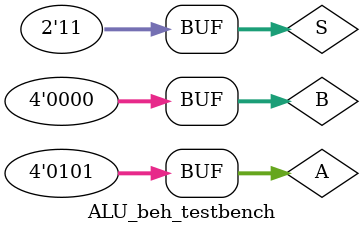
<source format=v>
`timescale 1ns / 1ps


module ALU_beh_testbench;

	// Inputs
	reg [3:0] A;
	reg [3:0] B;
	reg [1:0] S;

	// Outputs
	wire [3:0] Y;

	// Instantiate the Unit Under Test (UUT)
	ALU_beh uut (
		.A(A), 
		.B(B), 
		.S(S), 
		.Y(Y)
	);

	initial begin
		// Initialize Inputs
		A = 0;
		B = 0;
		S = 0;

		// Wait 200 ns for global reset to finish
		#200;
        
		// Add stimulus here
		// S = 00: Invert
		A = 4'b1010;
		#100;
		
		A = 4'b0011;
		#100;
		
		// S = 01: Add
		S = 2'b01;
		A = 4;
		B = 5;
		#100;
		
		A = 9;
		B = 12; // Testing overflow
		#100;
		
		// S = 10: Subtract
		S = 2'b10;
		A = 7;
		B = 5;
		#100;
		
		A = 5;
		B = 7;	// Testing overflow
		#100;
		
		// S = 11: Double
		S = 2'b11;
		A = 3;
		B = 0;
		#100;
		
		A = 5;
		#100;
		
	end   
endmodule


</source>
